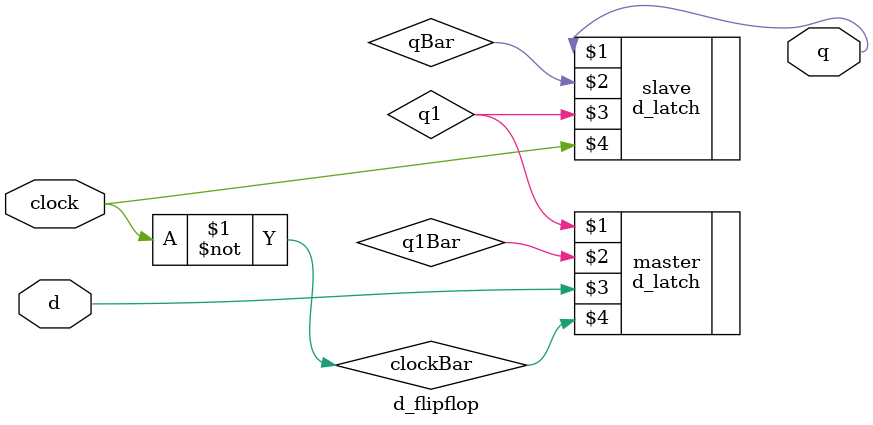
<source format=v>
module d_flipflop(q, d, clock);
	input d, clock;
	output q;
	wire clockBar, q1, q1Bar, aBar;

	not not1(clockBar, clock);
	d_latch master(q1, q1Bar, d, clockBar);
	d_latch slave(q, qBar, q1, clock);
endmodule

</source>
